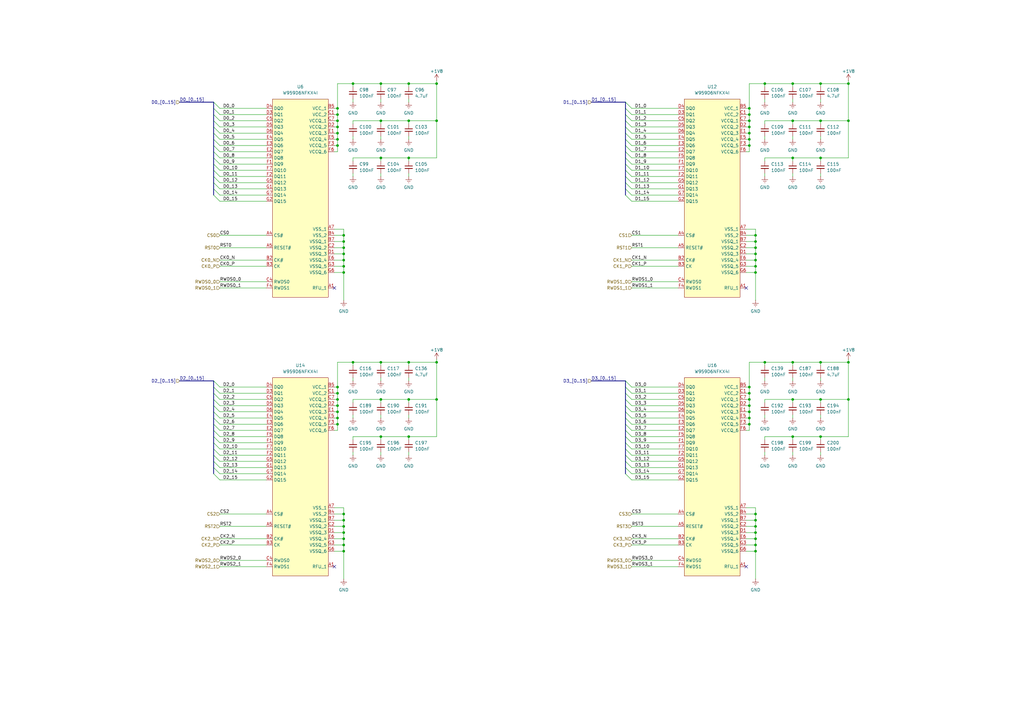
<source format=kicad_sch>
(kicad_sch (version 20231120) (generator "eeschema") (generator_version "8.0")
  (paper "A3")
  (title_block (title "HyperRam") (date "2024-10-06") (rev "2.0") (company "Drexel University") (comment 1 "Designed by John Hofmeyr"))
  (junction (at 138.43 163.83))
  (junction (at 138.43 52.07))
  (junction (at 156.21 34.29))
  (junction (at 138.43 46.99))
  (junction (at 309.88 223.52))
  (junction (at 138.43 59.69))
  (junction (at 179.07 148.59))
  (junction (at 138.43 166.37))
  (junction (at 309.88 111.76))
  (junction (at 325.12 179.07))
  (junction (at 138.43 171.45))
  (junction (at 167.64 179.07))
  (junction (at 167.64 148.59))
  (junction (at 307.34 49.53))
  (junction (at 138.43 161.29))
  (junction (at 144.78 34.29))
  (junction (at 336.55 64.77))
  (junction (at 167.64 49.53))
  (junction (at 156.21 179.07))
  (junction (at 309.88 99.06))
  (junction (at 140.97 210.82))
  (junction (at 307.34 46.99))
  (junction (at 309.88 215.9))
  (junction (at 309.88 210.82))
  (junction (at 336.55 49.53))
  (junction (at 140.97 213.36))
  (junction (at 144.78 148.59))
  (junction (at 307.34 54.61))
  (junction (at 336.55 34.29))
  (junction (at 307.34 158.75))
  (junction (at 138.43 173.99))
  (junction (at 336.55 163.83))
  (junction (at 336.55 148.59))
  (junction (at 140.97 96.52))
  (junction (at 309.88 220.98))
  (junction (at 336.55 179.07))
  (junction (at 307.34 52.07))
  (junction (at 347.98 49.53))
  (junction (at 179.07 163.83))
  (junction (at 138.43 54.61))
  (junction (at 156.21 148.59))
  (junction (at 156.21 64.77))
  (junction (at 156.21 49.53))
  (junction (at 309.88 213.36))
  (junction (at 140.97 218.44))
  (junction (at 140.97 104.14))
  (junction (at 307.34 161.29))
  (junction (at 167.64 34.29))
  (junction (at 307.34 44.45))
  (junction (at 156.21 163.83))
  (junction (at 309.88 96.52))
  (junction (at 167.64 163.83))
  (junction (at 138.43 57.15))
  (junction (at 307.34 166.37))
  (junction (at 313.69 34.29))
  (junction (at 309.88 218.44))
  (junction (at 325.12 148.59))
  (junction (at 325.12 49.53))
  (junction (at 140.97 220.98))
  (junction (at 325.12 34.29))
  (junction (at 309.88 101.6))
  (junction (at 347.98 148.59))
  (junction (at 179.07 34.29))
  (junction (at 309.88 104.14))
  (junction (at 307.34 59.69))
  (junction (at 307.34 171.45))
  (junction (at 307.34 57.15))
  (junction (at 138.43 158.75))
  (junction (at 347.98 34.29))
  (junction (at 325.12 64.77))
  (junction (at 140.97 215.9))
  (junction (at 140.97 109.22))
  (junction (at 307.34 163.83))
  (junction (at 179.07 49.53))
  (junction (at 309.88 106.68))
  (junction (at 138.43 49.53))
  (junction (at 309.88 109.22))
  (junction (at 140.97 101.6))
  (junction (at 307.34 173.99))
  (junction (at 313.69 148.59))
  (junction (at 309.88 226.06))
  (junction (at 138.43 168.91))
  (junction (at 347.98 163.83))
  (junction (at 325.12 163.83))
  (junction (at 140.97 226.06))
  (junction (at 167.64 64.77))
  (junction (at 140.97 111.76))
  (junction (at 307.34 168.91))
  (junction (at 140.97 99.06))
  (junction (at 138.43 44.45))
  (junction (at 140.97 223.52))
  (junction (at 140.97 106.68))
  (no_connect (at 137.16 118.11))
  (no_connect (at 306.07 232.41))
  (no_connect (at 137.16 232.41))
  (no_connect (at 306.07 118.11))
  (bus_entry (at 90.17 64.77) (size -2.54 -2.54))
  (bus_entry (at 90.17 82.55) (size -2.54 -2.54))
  (bus_entry (at 90.17 191.77) (size -2.54 -2.54))
  (bus_entry (at 90.17 186.69) (size -2.54 -2.54))
  (bus_entry (at 90.17 62.23) (size -2.54 -2.54))
  (bus_entry (at 259.08 52.07) (size -2.54 -2.54))
  (bus_entry (at 259.08 194.31) (size -2.54 -2.54))
  (bus_entry (at 259.08 62.23) (size -2.54 -2.54))
  (bus_entry (at 259.08 74.93) (size -2.54 -2.54))
  (bus_entry (at 259.08 64.77) (size -2.54 -2.54))
  (bus_entry (at 90.17 196.85) (size -2.54 -2.54))
  (bus_entry (at 90.17 57.15) (size -2.54 -2.54))
  (bus_entry (at 90.17 44.45) (size -2.54 -2.54))
  (bus_entry (at 90.17 161.29) (size -2.54 -2.54))
  (bus_entry (at 259.08 161.29) (size -2.54 -2.54))
  (bus_entry (at 90.17 46.99) (size -2.54 -2.54))
  (bus_entry (at 259.08 59.69) (size -2.54 -2.54))
  (bus_entry (at 90.17 184.15) (size -2.54 -2.54))
  (bus_entry (at 90.17 194.31) (size -2.54 -2.54))
  (bus_entry (at 259.08 158.75) (size -2.54 -2.54))
  (bus_entry (at 259.08 57.15) (size -2.54 -2.54))
  (bus_entry (at 90.17 54.61) (size -2.54 -2.54))
  (bus_entry (at 90.17 181.61) (size -2.54 -2.54))
  (bus_entry (at 259.08 72.39) (size -2.54 -2.54))
  (bus_entry (at 259.08 163.83) (size -2.54 -2.54))
  (bus_entry (at 90.17 168.91) (size -2.54 -2.54))
  (bus_entry (at 259.08 46.99) (size -2.54 -2.54))
  (bus_entry (at 259.08 191.77) (size -2.54 -2.54))
  (bus_entry (at 90.17 189.23) (size -2.54 -2.54))
  (bus_entry (at 90.17 163.83) (size -2.54 -2.54))
  (bus_entry (at 90.17 77.47) (size -2.54 -2.54))
  (bus_entry (at 259.08 176.53) (size -2.54 -2.54))
  (bus_entry (at 259.08 44.45) (size -2.54 -2.54))
  (bus_entry (at 259.08 179.07) (size -2.54 -2.54))
  (bus_entry (at 90.17 67.31) (size -2.54 -2.54))
  (bus_entry (at 259.08 49.53) (size -2.54 -2.54))
  (bus_entry (at 90.17 59.69) (size -2.54 -2.54))
  (bus_entry (at 259.08 186.69) (size -2.54 -2.54))
  (bus_entry (at 90.17 52.07) (size -2.54 -2.54))
  (bus_entry (at 90.17 158.75) (size -2.54 -2.54))
  (bus_entry (at 259.08 184.15) (size -2.54 -2.54))
  (bus_entry (at 259.08 77.47) (size -2.54 -2.54))
  (bus_entry (at 259.08 82.55) (size -2.54 -2.54))
  (bus_entry (at 259.08 189.23) (size -2.54 -2.54))
  (bus_entry (at 90.17 173.99) (size -2.54 -2.54))
  (bus_entry (at 259.08 171.45) (size -2.54 -2.54))
  (bus_entry (at 90.17 179.07) (size -2.54 -2.54))
  (bus_entry (at 259.08 54.61) (size -2.54 -2.54))
  (bus_entry (at 90.17 74.93) (size -2.54 -2.54))
  (bus_entry (at 90.17 69.85) (size -2.54 -2.54))
  (bus_entry (at 259.08 166.37) (size -2.54 -2.54))
  (bus_entry (at 259.08 67.31) (size -2.54 -2.54))
  (bus_entry (at 90.17 166.37) (size -2.54 -2.54))
  (bus_entry (at 90.17 171.45) (size -2.54 -2.54))
  (bus_entry (at 90.17 49.53) (size -2.54 -2.54))
  (bus_entry (at 259.08 69.85) (size -2.54 -2.54))
  (bus_entry (at 259.08 181.61) (size -2.54 -2.54))
  (bus_entry (at 90.17 80.01) (size -2.54 -2.54))
  (bus_entry (at 259.08 168.91) (size -2.54 -2.54))
  (bus_entry (at 259.08 80.01) (size -2.54 -2.54))
  (bus_entry (at 90.17 72.39) (size -2.54 -2.54))
  (bus_entry (at 259.08 196.85) (size -2.54 -2.54))
  (bus_entry (at 259.08 173.99) (size -2.54 -2.54))
  (bus_entry (at 90.17 176.53) (size -2.54 -2.54))
  (wire (pts (xy 307.34 44.45) (xy 307.34 34.29)))
  (wire (pts (xy 325.12 71.12) (xy 325.12 72.39)))
  (wire (pts (xy 138.43 62.23) (xy 138.43 59.69)))
  (wire (pts (xy 156.21 35.56) (xy 156.21 34.29)))
  (wire (pts (xy 156.21 179.07) (xy 156.21 180.34)))
  (wire (pts (xy 138.43 158.75) (xy 137.16 158.75)))
  (wire (pts (xy 325.12 35.56) (xy 325.12 34.29)))
  (wire (pts (xy 140.97 215.9) (xy 137.16 215.9)))
  (wire (pts (xy 138.43 171.45) (xy 137.16 171.45)))
  (bus (pts (xy 256.54 52.07) (xy 256.54 49.53)))
  (wire (pts (xy 259.08 52.07) (xy 278.13 52.07)))
  (wire (pts (xy 259.08 161.29) (xy 278.13 161.29)))
  (wire (pts (xy 336.55 179.07) (xy 347.98 179.07)))
  (wire (pts (xy 307.34 46.99) (xy 307.34 44.45)))
  (wire (pts (xy 309.88 109.22) (xy 309.88 111.76)))
  (wire (pts (xy 309.88 208.28) (xy 309.88 210.82)))
  (wire (pts (xy 307.34 168.91) (xy 306.07 168.91)))
  (wire (pts (xy 138.43 34.29) (xy 144.78 34.29)))
  (wire (pts (xy 325.12 179.07) (xy 325.12 180.34)))
  (wire (pts (xy 336.55 55.88) (xy 336.55 57.15)))
  (wire (pts (xy 179.07 33.02) (xy 179.07 34.29)))
  (wire (pts (xy 90.17 52.07) (xy 109.22 52.07)))
  (wire (pts (xy 138.43 168.91) (xy 137.16 168.91)))
  (wire (pts (xy 259.08 210.82) (xy 278.13 210.82)))
  (wire (pts (xy 259.08 72.39) (xy 278.13 72.39)))
  (wire (pts (xy 313.69 49.53) (xy 313.69 50.8)))
  (bus (pts (xy 87.63 46.99) (xy 87.63 44.45)))
  (wire (pts (xy 90.17 163.83) (xy 109.22 163.83)))
  (wire (pts (xy 259.08 223.52) (xy 278.13 223.52)))
  (bus (pts (xy 256.54 191.77) (xy 256.54 189.23)))
  (wire (pts (xy 90.17 115.57) (xy 109.22 115.57)))
  (wire (pts (xy 167.64 149.86) (xy 167.64 148.59)))
  (wire (pts (xy 307.34 52.07) (xy 307.34 49.53)))
  (wire (pts (xy 144.78 179.07) (xy 156.21 179.07)))
  (wire (pts (xy 138.43 171.45) (xy 138.43 168.91)))
  (wire (pts (xy 140.97 208.28) (xy 137.16 208.28)))
  (bus (pts (xy 256.54 168.91) (xy 256.54 166.37)))
  (wire (pts (xy 259.08 46.99) (xy 278.13 46.99)))
  (wire (pts (xy 336.55 49.53) (xy 336.55 50.8)))
  (wire (pts (xy 138.43 49.53) (xy 137.16 49.53)))
  (wire (pts (xy 259.08 82.55) (xy 278.13 82.55)))
  (wire (pts (xy 90.17 171.45) (xy 109.22 171.45)))
  (wire (pts (xy 325.12 185.42) (xy 325.12 186.69)))
  (wire (pts (xy 140.97 101.6) (xy 137.16 101.6)))
  (wire (pts (xy 259.08 163.83) (xy 278.13 163.83)))
  (wire (pts (xy 307.34 62.23) (xy 307.34 59.69)))
  (wire (pts (xy 309.88 101.6) (xy 309.88 104.14)))
  (wire (pts (xy 90.17 49.53) (xy 109.22 49.53)))
  (wire (pts (xy 309.88 111.76) (xy 309.88 123.19)))
  (wire (pts (xy 167.64 163.83) (xy 179.07 163.83)))
  (wire (pts (xy 313.69 163.83) (xy 325.12 163.83)))
  (wire (pts (xy 144.78 64.77) (xy 144.78 66.04)))
  (wire (pts (xy 307.34 171.45) (xy 306.07 171.45)))
  (wire (pts (xy 144.78 170.18) (xy 144.78 171.45)))
  (wire (pts (xy 167.64 40.64) (xy 167.64 41.91)))
  (wire (pts (xy 259.08 184.15) (xy 278.13 184.15)))
  (wire (pts (xy 336.55 64.77) (xy 347.98 64.77)))
  (bus (pts (xy 256.54 44.45) (xy 256.54 41.91)))
  (bus (pts (xy 87.63 179.07) (xy 87.63 176.53)))
  (wire (pts (xy 313.69 64.77) (xy 313.69 66.04)))
  (bus (pts (xy 87.63 173.99) (xy 87.63 171.45)))
  (wire (pts (xy 140.97 220.98) (xy 140.97 223.52)))
  (wire (pts (xy 307.34 158.75) (xy 307.34 148.59)))
  (wire (pts (xy 336.55 179.07) (xy 336.55 180.34)))
  (wire (pts (xy 90.17 158.75) (xy 109.22 158.75)))
  (wire (pts (xy 307.34 173.99) (xy 307.34 171.45)))
  (wire (pts (xy 179.07 34.29) (xy 179.07 49.53)))
  (bus (pts (xy 87.63 163.83) (xy 87.63 161.29)))
  (wire (pts (xy 325.12 163.83) (xy 336.55 163.83)))
  (wire (pts (xy 313.69 179.07) (xy 313.69 180.34)))
  (bus (pts (xy 256.54 72.39) (xy 256.54 69.85)))
  (wire (pts (xy 259.08 44.45) (xy 278.13 44.45)))
  (wire (pts (xy 144.78 179.07) (xy 144.78 180.34)))
  (wire (pts (xy 309.88 220.98) (xy 309.88 223.52)))
  (bus (pts (xy 256.54 77.47) (xy 256.54 74.93)))
  (wire (pts (xy 309.88 220.98) (xy 306.07 220.98)))
  (bus (pts (xy 87.63 52.07) (xy 87.63 49.53)))
  (wire (pts (xy 259.08 166.37) (xy 278.13 166.37)))
  (wire (pts (xy 144.78 185.42) (xy 144.78 186.69)))
  (wire (pts (xy 309.88 106.68) (xy 309.88 109.22)))
  (wire (pts (xy 325.12 170.18) (xy 325.12 171.45)))
  (wire (pts (xy 259.08 229.87) (xy 278.13 229.87)))
  (wire (pts (xy 156.21 185.42) (xy 156.21 186.69)))
  (bus (pts (xy 87.63 67.31) (xy 87.63 64.77)))
  (wire (pts (xy 144.78 64.77) (xy 156.21 64.77)))
  (bus (pts (xy 256.54 176.53) (xy 256.54 173.99)))
  (wire (pts (xy 259.08 77.47) (xy 278.13 77.47)))
  (wire (pts (xy 307.34 49.53) (xy 307.34 46.99)))
  (wire (pts (xy 90.17 82.55) (xy 109.22 82.55)))
  (bus (pts (xy 87.63 74.93) (xy 87.63 72.39)))
  (wire (pts (xy 156.21 179.07) (xy 167.64 179.07)))
  (bus (pts (xy 87.63 64.77) (xy 87.63 62.23)))
  (bus (pts (xy 87.63 161.29) (xy 87.63 158.75)))
  (wire (pts (xy 259.08 115.57) (xy 278.13 115.57)))
  (wire (pts (xy 259.08 96.52) (xy 278.13 96.52)))
  (wire (pts (xy 259.08 54.61) (xy 278.13 54.61)))
  (wire (pts (xy 138.43 59.69) (xy 137.16 59.69)))
  (wire (pts (xy 90.17 118.11) (xy 109.22 118.11)))
  (wire (pts (xy 336.55 163.83) (xy 347.98 163.83)))
  (wire (pts (xy 313.69 49.53) (xy 325.12 49.53)))
  (wire (pts (xy 347.98 163.83) (xy 347.98 179.07)))
  (wire (pts (xy 90.17 64.77) (xy 109.22 64.77)))
  (wire (pts (xy 138.43 46.99) (xy 138.43 44.45)))
  (wire (pts (xy 144.78 34.29) (xy 156.21 34.29)))
  (wire (pts (xy 259.08 191.77) (xy 278.13 191.77)))
  (wire (pts (xy 140.97 101.6) (xy 140.97 104.14)))
  (wire (pts (xy 309.88 208.28) (xy 306.07 208.28)))
  (wire (pts (xy 140.97 218.44) (xy 140.97 220.98)))
  (wire (pts (xy 140.97 106.68) (xy 137.16 106.68)))
  (wire (pts (xy 259.08 176.53) (xy 278.13 176.53)))
  (wire (pts (xy 167.64 49.53) (xy 179.07 49.53)))
  (wire (pts (xy 138.43 176.53) (xy 138.43 173.99)))
  (wire (pts (xy 156.21 34.29) (xy 167.64 34.29)))
  (wire (pts (xy 144.78 49.53) (xy 144.78 50.8)))
  (wire (pts (xy 90.17 196.85) (xy 109.22 196.85)))
  (bus (pts (xy 256.54 80.01) (xy 256.54 77.47)))
  (bus (pts (xy 256.54 194.31) (xy 256.54 191.77)))
  (wire (pts (xy 140.97 111.76) (xy 140.97 123.19)))
  (bus (pts (xy 256.54 179.07) (xy 256.54 176.53)))
  (wire (pts (xy 179.07 49.53) (xy 179.07 64.77)))
  (wire (pts (xy 313.69 170.18) (xy 313.69 171.45)))
  (wire (pts (xy 309.88 215.9) (xy 309.88 218.44)))
  (bus (pts (xy 256.54 49.53) (xy 256.54 46.99)))
  (wire (pts (xy 156.21 64.77) (xy 167.64 64.77)))
  (wire (pts (xy 307.34 158.75) (xy 306.07 158.75)))
  (wire (pts (xy 138.43 59.69) (xy 138.43 57.15)))
  (wire (pts (xy 90.17 101.6) (xy 109.22 101.6)))
  (wire (pts (xy 259.08 168.91) (xy 278.13 168.91)))
  (wire (pts (xy 307.34 148.59) (xy 313.69 148.59)))
  (bus (pts (xy 87.63 62.23) (xy 87.63 59.69)))
  (wire (pts (xy 259.08 173.99) (xy 278.13 173.99)))
  (bus (pts (xy 87.63 49.53) (xy 87.63 46.99)))
  (bus (pts (xy 87.63 194.31) (xy 87.63 191.77)))
  (bus (pts (xy 87.63 69.85) (xy 87.63 67.31)))
  (wire (pts (xy 309.88 226.06) (xy 309.88 237.49)))
  (wire (pts (xy 140.97 213.36) (xy 137.16 213.36)))
  (bus (pts (xy 256.54 74.93) (xy 256.54 72.39)))
  (wire (pts (xy 138.43 161.29) (xy 137.16 161.29)))
  (wire (pts (xy 307.34 54.61) (xy 306.07 54.61)))
  (bus (pts (xy 256.54 186.69) (xy 256.54 184.15)))
  (wire (pts (xy 90.17 210.82) (xy 109.22 210.82)))
  (bus (pts (xy 87.63 191.77) (xy 87.63 189.23)))
  (wire (pts (xy 325.12 34.29) (xy 336.55 34.29)))
  (wire (pts (xy 307.34 163.83) (xy 306.07 163.83)))
  (wire (pts (xy 309.88 223.52) (xy 306.07 223.52)))
  (wire (pts (xy 138.43 49.53) (xy 138.43 46.99)))
  (wire (pts (xy 336.55 71.12) (xy 336.55 72.39)))
  (wire (pts (xy 313.69 148.59) (xy 325.12 148.59)))
  (bus (pts (xy 73.66 41.91) (xy 87.63 41.91)))
  (bus (pts (xy 87.63 181.61) (xy 87.63 179.07)))
  (wire (pts (xy 138.43 57.15) (xy 137.16 57.15)))
  (wire (pts (xy 309.88 215.9) (xy 306.07 215.9)))
  (wire (pts (xy 259.08 80.01) (xy 278.13 80.01)))
  (wire (pts (xy 325.12 49.53) (xy 336.55 49.53)))
  (wire (pts (xy 156.21 154.94) (xy 156.21 156.21)))
  (wire (pts (xy 156.21 163.83) (xy 167.64 163.83)))
  (wire (pts (xy 156.21 64.77) (xy 156.21 66.04)))
  (bus (pts (xy 87.63 158.75) (xy 87.63 156.21)))
  (wire (pts (xy 313.69 35.56) (xy 313.69 34.29)))
  (bus (pts (xy 256.54 181.61) (xy 256.54 179.07)))
  (wire (pts (xy 309.88 111.76) (xy 306.07 111.76)))
  (wire (pts (xy 138.43 166.37) (xy 138.43 163.83)))
  (wire (pts (xy 156.21 148.59) (xy 167.64 148.59)))
  (wire (pts (xy 140.97 226.06) (xy 140.97 237.49)))
  (wire (pts (xy 307.34 52.07) (xy 306.07 52.07)))
  (bus (pts (xy 256.54 67.31) (xy 256.54 64.77)))
  (wire (pts (xy 325.12 55.88) (xy 325.12 57.15)))
  (wire (pts (xy 313.69 71.12) (xy 313.69 72.39)))
  (wire (pts (xy 259.08 186.69) (xy 278.13 186.69)))
  (wire (pts (xy 336.55 40.64) (xy 336.55 41.91)))
  (wire (pts (xy 179.07 148.59) (xy 179.07 163.83)))
  (wire (pts (xy 156.21 49.53) (xy 167.64 49.53)))
  (wire (pts (xy 167.64 64.77) (xy 167.64 66.04)))
  (wire (pts (xy 336.55 170.18) (xy 336.55 171.45)))
  (wire (pts (xy 167.64 55.88) (xy 167.64 57.15)))
  (bus (pts (xy 256.54 158.75) (xy 256.54 156.21)))
  (wire (pts (xy 90.17 229.87) (xy 109.22 229.87)))
  (wire (pts (xy 259.08 59.69) (xy 278.13 59.69)))
  (bus (pts (xy 87.63 54.61) (xy 87.63 52.07)))
  (wire (pts (xy 90.17 181.61) (xy 109.22 181.61)))
  (wire (pts (xy 140.97 99.06) (xy 140.97 101.6)))
  (wire (pts (xy 167.64 179.07) (xy 179.07 179.07)))
  (wire (pts (xy 347.98 148.59) (xy 347.98 163.83)))
  (wire (pts (xy 336.55 154.94) (xy 336.55 156.21)))
  (wire (pts (xy 90.17 106.68) (xy 109.22 106.68)))
  (bus (pts (xy 87.63 77.47) (xy 87.63 74.93)))
  (wire (pts (xy 336.55 185.42) (xy 336.55 186.69)))
  (wire (pts (xy 140.97 210.82) (xy 137.16 210.82)))
  (bus (pts (xy 87.63 168.91) (xy 87.63 166.37)))
  (wire (pts (xy 138.43 52.07) (xy 137.16 52.07)))
  (wire (pts (xy 259.08 49.53) (xy 278.13 49.53)))
  (wire (pts (xy 90.17 166.37) (xy 109.22 166.37)))
  (wire (pts (xy 144.78 49.53) (xy 156.21 49.53)))
  (wire (pts (xy 138.43 57.15) (xy 138.43 54.61)))
  (wire (pts (xy 138.43 44.45) (xy 138.43 34.29)))
  (wire (pts (xy 307.34 176.53) (xy 307.34 173.99)))
  (wire (pts (xy 313.69 185.42) (xy 313.69 186.69)))
  (wire (pts (xy 156.21 49.53) (xy 156.21 50.8)))
  (wire (pts (xy 138.43 54.61) (xy 137.16 54.61)))
  (wire (pts (xy 138.43 158.75) (xy 138.43 148.59)))
  (wire (pts (xy 336.55 64.77) (xy 336.55 66.04)))
  (wire (pts (xy 140.97 93.98) (xy 137.16 93.98)))
  (wire (pts (xy 90.17 191.77) (xy 109.22 191.77)))
  (wire (pts (xy 156.21 170.18) (xy 156.21 171.45)))
  (bus (pts (xy 87.63 189.23) (xy 87.63 186.69)))
  (wire (pts (xy 313.69 149.86) (xy 313.69 148.59)))
  (wire (pts (xy 307.34 176.53) (xy 306.07 176.53)))
  (bus (pts (xy 256.54 62.23) (xy 256.54 59.69)))
  (wire (pts (xy 325.12 149.86) (xy 325.12 148.59)))
  (wire (pts (xy 138.43 54.61) (xy 138.43 52.07)))
  (wire (pts (xy 140.97 109.22) (xy 137.16 109.22)))
  (wire (pts (xy 313.69 179.07) (xy 325.12 179.07)))
  (wire (pts (xy 90.17 46.99) (xy 109.22 46.99)))
  (wire (pts (xy 347.98 33.02) (xy 347.98 34.29)))
  (wire (pts (xy 138.43 62.23) (xy 137.16 62.23)))
  (wire (pts (xy 90.17 69.85) (xy 109.22 69.85)))
  (bus (pts (xy 87.63 171.45) (xy 87.63 168.91)))
  (wire (pts (xy 90.17 220.98) (xy 109.22 220.98)))
  (wire (pts (xy 144.78 55.88) (xy 144.78 57.15)))
  (wire (pts (xy 259.08 57.15) (xy 278.13 57.15)))
  (wire (pts (xy 307.34 59.69) (xy 307.34 57.15)))
  (wire (pts (xy 140.97 96.52) (xy 137.16 96.52)))
  (wire (pts (xy 140.97 215.9) (xy 140.97 218.44)))
  (wire (pts (xy 140.97 223.52) (xy 140.97 226.06)))
  (bus (pts (xy 87.63 44.45) (xy 87.63 41.91)))
  (bus (pts (xy 87.63 166.37) (xy 87.63 163.83)))
  (wire (pts (xy 90.17 77.47) (xy 109.22 77.47)))
  (bus (pts (xy 256.54 189.23) (xy 256.54 186.69)))
  (wire (pts (xy 325.12 64.77) (xy 325.12 66.04)))
  (bus (pts (xy 242.57 41.91) (xy 256.54 41.91)))
  (wire (pts (xy 156.21 71.12) (xy 156.21 72.39)))
  (wire (pts (xy 156.21 163.83) (xy 156.21 165.1)))
  (wire (pts (xy 90.17 57.15) (xy 109.22 57.15)))
  (wire (pts (xy 259.08 215.9) (xy 278.13 215.9)))
  (bus (pts (xy 87.63 59.69) (xy 87.63 57.15)))
  (bus (pts (xy 256.54 161.29) (xy 256.54 158.75)))
  (wire (pts (xy 309.88 213.36) (xy 309.88 215.9)))
  (bus (pts (xy 256.54 64.77) (xy 256.54 62.23)))
  (wire (pts (xy 313.69 163.83) (xy 313.69 165.1)))
  (bus (pts (xy 256.54 163.83) (xy 256.54 161.29)))
  (wire (pts (xy 307.34 44.45) (xy 306.07 44.45)))
  (wire (pts (xy 313.69 154.94) (xy 313.69 156.21)))
  (wire (pts (xy 325.12 163.83) (xy 325.12 165.1)))
  (wire (pts (xy 307.34 166.37) (xy 307.34 163.83)))
  (bus (pts (xy 87.63 72.39) (xy 87.63 69.85)))
  (wire (pts (xy 325.12 148.59) (xy 336.55 148.59)))
  (wire (pts (xy 309.88 104.14) (xy 306.07 104.14)))
  (wire (pts (xy 259.08 62.23) (xy 278.13 62.23)))
  (wire (pts (xy 138.43 52.07) (xy 138.43 49.53)))
  (wire (pts (xy 307.34 171.45) (xy 307.34 168.91)))
  (wire (pts (xy 313.69 64.77) (xy 325.12 64.77)))
  (wire (pts (xy 140.97 106.68) (xy 140.97 109.22)))
  (wire (pts (xy 313.69 34.29) (xy 325.12 34.29)))
  (wire (pts (xy 167.64 163.83) (xy 167.64 165.1)))
  (wire (pts (xy 179.07 163.83) (xy 179.07 179.07)))
  (wire (pts (xy 309.88 93.98) (xy 306.07 93.98)))
  (wire (pts (xy 309.88 96.52) (xy 306.07 96.52)))
  (bus (pts (xy 87.63 184.15) (xy 87.63 181.61)))
  (wire (pts (xy 90.17 109.22) (xy 109.22 109.22)))
  (wire (pts (xy 138.43 163.83) (xy 137.16 163.83)))
  (wire (pts (xy 307.34 168.91) (xy 307.34 166.37)))
  (wire (pts (xy 90.17 44.45) (xy 109.22 44.45)))
  (wire (pts (xy 259.08 179.07) (xy 278.13 179.07)))
  (bus (pts (xy 256.54 173.99) (xy 256.54 171.45)))
  (wire (pts (xy 259.08 118.11) (xy 278.13 118.11)))
  (bus (pts (xy 256.54 69.85) (xy 256.54 67.31)))
  (wire (pts (xy 156.21 40.64) (xy 156.21 41.91)))
  (wire (pts (xy 309.88 99.06) (xy 306.07 99.06)))
  (wire (pts (xy 140.97 96.52) (xy 140.97 99.06)))
  (wire (pts (xy 138.43 166.37) (xy 137.16 166.37)))
  (wire (pts (xy 259.08 220.98) (xy 278.13 220.98)))
  (wire (pts (xy 347.98 34.29) (xy 336.55 34.29)))
  (wire (pts (xy 325.12 154.94) (xy 325.12 156.21)))
  (wire (pts (xy 307.34 161.29) (xy 307.34 158.75)))
  (wire (pts (xy 156.21 55.88) (xy 156.21 57.15)))
  (wire (pts (xy 259.08 106.68) (xy 278.13 106.68)))
  (wire (pts (xy 140.97 93.98) (xy 140.97 96.52)))
  (wire (pts (xy 167.64 64.77) (xy 179.07 64.77)))
  (wire (pts (xy 259.08 181.61) (xy 278.13 181.61)))
  (wire (pts (xy 309.88 210.82) (xy 306.07 210.82)))
  (wire (pts (xy 347.98 49.53) (xy 347.98 64.77)))
  (wire (pts (xy 309.88 93.98) (xy 309.88 96.52)))
  (bus (pts (xy 87.63 176.53) (xy 87.63 173.99)))
  (wire (pts (xy 309.88 106.68) (xy 306.07 106.68)))
  (wire (pts (xy 140.97 109.22) (xy 140.97 111.76)))
  (wire (pts (xy 259.08 171.45) (xy 278.13 171.45)))
  (wire (pts (xy 140.97 226.06) (xy 137.16 226.06)))
  (wire (pts (xy 144.78 149.86) (xy 144.78 148.59)))
  (wire (pts (xy 307.34 173.99) (xy 306.07 173.99)))
  (wire (pts (xy 90.17 189.23) (xy 109.22 189.23)))
  (wire (pts (xy 90.17 62.23) (xy 109.22 62.23)))
  (wire (pts (xy 140.97 104.14) (xy 140.97 106.68)))
  (wire (pts (xy 307.34 62.23) (xy 306.07 62.23)))
  (wire (pts (xy 90.17 54.61) (xy 109.22 54.61)))
  (wire (pts (xy 309.88 99.06) (xy 309.88 101.6)))
  (wire (pts (xy 140.97 99.06) (xy 137.16 99.06)))
  (wire (pts (xy 259.08 74.93) (xy 278.13 74.93)))
  (wire (pts (xy 138.43 46.99) (xy 137.16 46.99)))
  (wire (pts (xy 259.08 158.75) (xy 278.13 158.75)))
  (wire (pts (xy 336.55 149.86) (xy 336.55 148.59)))
  (wire (pts (xy 90.17 173.99) (xy 109.22 173.99)))
  (wire (pts (xy 179.07 148.59) (xy 167.64 148.59)))
  (wire (pts (xy 90.17 215.9) (xy 109.22 215.9)))
  (wire (pts (xy 309.88 213.36) (xy 306.07 213.36)))
  (wire (pts (xy 259.08 232.41) (xy 278.13 232.41)))
  (bus (pts (xy 256.54 166.37) (xy 256.54 163.83)))
  (wire (pts (xy 140.97 208.28) (xy 140.97 210.82)))
  (wire (pts (xy 179.07 147.32) (xy 179.07 148.59)))
  (wire (pts (xy 307.34 166.37) (xy 306.07 166.37)))
  (wire (pts (xy 309.88 96.52) (xy 309.88 99.06)))
  (wire (pts (xy 167.64 71.12) (xy 167.64 72.39)))
  (wire (pts (xy 307.34 54.61) (xy 307.34 52.07)))
  (wire (pts (xy 309.88 218.44) (xy 309.88 220.98)))
  (wire (pts (xy 336.55 49.53) (xy 347.98 49.53)))
  (wire (pts (xy 140.97 218.44) (xy 137.16 218.44)))
  (wire (pts (xy 138.43 173.99) (xy 138.43 171.45)))
  (wire (pts (xy 144.78 71.12) (xy 144.78 72.39)))
  (bus (pts (xy 73.66 156.21) (xy 87.63 156.21)))
  (wire (pts (xy 167.64 35.56) (xy 167.64 34.29)))
  (wire (pts (xy 347.98 34.29) (xy 347.98 49.53)))
  (bus (pts (xy 87.63 80.01) (xy 87.63 77.47)))
  (wire (pts (xy 325.12 49.53) (xy 325.12 50.8)))
  (wire (pts (xy 144.78 35.56) (xy 144.78 34.29)))
  (wire (pts (xy 167.64 185.42) (xy 167.64 186.69)))
  (wire (pts (xy 90.17 168.91) (xy 109.22 168.91)))
  (wire (pts (xy 90.17 232.41) (xy 109.22 232.41)))
  (bus (pts (xy 87.63 186.69) (xy 87.63 184.15)))
  (wire (pts (xy 309.88 218.44) (xy 306.07 218.44)))
  (wire (pts (xy 325.12 179.07) (xy 336.55 179.07)))
  (wire (pts (xy 313.69 40.64) (xy 313.69 41.91)))
  (wire (pts (xy 90.17 184.15) (xy 109.22 184.15)))
  (wire (pts (xy 307.34 161.29) (xy 306.07 161.29)))
  (wire (pts (xy 90.17 59.69) (xy 109.22 59.69)))
  (wire (pts (xy 144.78 163.83) (xy 144.78 165.1)))
  (wire (pts (xy 90.17 179.07) (xy 109.22 179.07)))
  (wire (pts (xy 140.97 104.14) (xy 137.16 104.14)))
  (wire (pts (xy 309.88 109.22) (xy 306.07 109.22)))
  (wire (pts (xy 336.55 163.83) (xy 336.55 165.1)))
  (wire (pts (xy 140.97 220.98) (xy 137.16 220.98)))
  (wire (pts (xy 90.17 186.69) (xy 109.22 186.69)))
  (bus (pts (xy 256.54 171.45) (xy 256.54 168.91)))
  (wire (pts (xy 138.43 163.83) (xy 138.43 161.29)))
  (wire (pts (xy 138.43 44.45) (xy 137.16 44.45)))
  (wire (pts (xy 167.64 179.07) (xy 167.64 180.34)))
  (wire (pts (xy 307.34 57.15) (xy 307.34 54.61)))
  (wire (pts (xy 259.08 101.6) (xy 278.13 101.6)))
  (wire (pts (xy 144.78 154.94) (xy 144.78 156.21)))
  (wire (pts (xy 309.88 210.82) (xy 309.88 213.36)))
  (bus (pts (xy 256.54 184.15) (xy 256.54 181.61)))
  (wire (pts (xy 90.17 74.93) (xy 109.22 74.93)))
  (wire (pts (xy 259.08 69.85) (xy 278.13 69.85)))
  (wire (pts (xy 138.43 148.59) (xy 144.78 148.59)))
  (wire (pts (xy 156.21 149.86) (xy 156.21 148.59)))
  (wire (pts (xy 138.43 176.53) (xy 137.16 176.53)))
  (wire (pts (xy 140.97 213.36) (xy 140.97 215.9)))
  (wire (pts (xy 90.17 194.31) (xy 109.22 194.31)))
  (wire (pts (xy 167.64 49.53) (xy 167.64 50.8)))
  (wire (pts (xy 307.34 163.83) (xy 307.34 161.29)))
  (wire (pts (xy 307.34 34.29) (xy 313.69 34.29)))
  (wire (pts (xy 259.08 64.77) (xy 278.13 64.77)))
  (wire (pts (xy 90.17 72.39) (xy 109.22 72.39)))
  (wire (pts (xy 138.43 173.99) (xy 137.16 173.99)))
  (wire (pts (xy 138.43 161.29) (xy 138.43 158.75)))
  (wire (pts (xy 336.55 35.56) (xy 336.55 34.29)))
  (wire (pts (xy 259.08 196.85) (xy 278.13 196.85)))
  (wire (pts (xy 144.78 163.83) (xy 156.21 163.83)))
  (bus (pts (xy 256.54 57.15) (xy 256.54 54.61)))
  (wire (pts (xy 138.43 168.91) (xy 138.43 166.37)))
  (wire (pts (xy 90.17 67.31) (xy 109.22 67.31)))
  (wire (pts (xy 259.08 109.22) (xy 278.13 109.22)))
  (bus (pts (xy 256.54 54.61) (xy 256.54 52.07)))
  (wire (pts (xy 347.98 148.59) (xy 336.55 148.59)))
  (wire (pts (xy 325.12 64.77) (xy 336.55 64.77)))
  (wire (pts (xy 325.12 40.64) (xy 325.12 41.91)))
  (wire (pts (xy 167.64 170.18) (xy 167.64 171.45)))
  (wire (pts (xy 259.08 67.31) (xy 278.13 67.31)))
  (wire (pts (xy 307.34 59.69) (xy 306.07 59.69)))
  (wire (pts (xy 140.97 210.82) (xy 140.97 213.36)))
  (wire (pts (xy 90.17 96.52) (xy 109.22 96.52)))
  (wire (pts (xy 313.69 55.88) (xy 313.69 57.15)))
  (wire (pts (xy 140.97 223.52) (xy 137.16 223.52)))
  (wire (pts (xy 259.08 194.31) (xy 278.13 194.31)))
  (wire (pts (xy 309.88 223.52) (xy 309.88 226.06)))
  (wire (pts (xy 144.78 148.59) (xy 156.21 148.59)))
  (bus (pts (xy 256.54 59.69) (xy 256.54 57.15)))
  (wire (pts (xy 179.07 34.29) (xy 167.64 34.29)))
  (wire (pts (xy 90.17 223.52) (xy 109.22 223.52)))
  (wire (pts (xy 309.88 104.14) (xy 309.88 106.68)))
  (bus (pts (xy 242.57 156.21) (xy 256.54 156.21)))
  (wire (pts (xy 90.17 176.53) (xy 109.22 176.53)))
  (bus (pts (xy 256.54 46.99) (xy 256.54 44.45)))
  (wire (pts (xy 140.97 111.76) (xy 137.16 111.76)))
  (bus (pts (xy 87.63 57.15) (xy 87.63 54.61)))
  (wire (pts (xy 259.08 189.23) (xy 278.13 189.23)))
  (wire (pts (xy 167.64 154.94) (xy 167.64 156.21)))
  (wire (pts (xy 347.98 147.32) (xy 347.98 148.59)))
  (wire (pts (xy 307.34 49.53) (xy 306.07 49.53)))
  (wire (pts (xy 309.88 226.06) (xy 306.07 226.06)))
  (wire (pts (xy 309.88 101.6) (xy 306.07 101.6)))
  (wire (pts (xy 307.34 46.99) (xy 306.07 46.99)))
  (wire (pts (xy 90.17 161.29) (xy 109.22 161.29)))
  (wire (pts (xy 307.34 57.15) (xy 306.07 57.15)))
  (wire (pts (xy 144.78 40.64) (xy 144.78 41.91)))
  (wire (pts (xy 90.17 80.01) (xy 109.22 80.01)))
  (label "D3_4" (at 260.35 168.91 0))
  (label "D2_13" (at 91.44 191.77 0))
  (label "D1_12" (at 260.35 74.93 0))
  (label "D2_[0..15]" (at 73.66 156.21 0))
  (label "RST0" (at 90.17 101.6 0))
  (label "RWDS1_1" (at 259.08 118.11 0))
  (label "D1_8" (at 260.35 64.77 0))
  (label "RWDS2_0" (at 90.17 229.87 0))
  (label "RWDS2_1" (at 90.17 232.41 0))
  (label "D3_5" (at 260.35 171.45 0))
  (label "D2_8" (at 91.44 179.07 0))
  (label "D0_8" (at 91.44 64.77 0))
  (label "D3_13" (at 260.35 191.77 0))
  (label "RWDS1_0" (at 259.08 115.57 0))
  (label "D0_1" (at 91.44 46.99 0))
  (label "D2_9" (at 91.44 181.61 0))
  (label "CS0" (at 90.17 96.52 0))
  (label "D1_[0..15]" (at 242.57 41.91 0))
  (label "D2_7" (at 91.44 176.53 0))
  (label "D3_10" (at 260.35 184.15 0))
  (label "D1_9" (at 260.35 67.31 0))
  (label "CK3_P" (at 259.08 223.52 0))
  (label "CK2_N" (at 90.17 220.98 0))
  (label "D0_13" (at 91.44 77.47 0))
  (label "D0_0" (at 91.44 44.45 0))
  (label "D2_4" (at 91.44 168.91 0))
  (label "CS3" (at 259.08 210.82 0))
  (label "D2_10" (at 91.44 184.15 0))
  (label "D1_4" (at 260.35 54.61 0))
  (label "CK0_N" (at 90.17 106.68 0))
  (label "CK0_P" (at 90.17 109.22 0))
  (label "D3_3" (at 260.35 166.37 0))
  (label "CS2" (at 90.17 210.82 0))
  (label "D1_11" (at 260.35 72.39 0))
  (label "D1_13" (at 260.35 77.47 0))
  (label "D3_15" (at 260.35 196.85 0))
  (label "D3_7" (at 260.35 176.53 0))
  (label "CK3_N" (at 259.08 220.98 0))
  (label "D0_11" (at 91.44 72.39 0))
  (label "D0_3" (at 91.44 52.07 0))
  (label "RST3" (at 259.08 215.9 0))
  (label "D0_15" (at 91.44 82.55 0))
  (label "D3_9" (at 260.35 181.61 0))
  (label "D2_12" (at 91.44 189.23 0))
  (label "D0_12" (at 91.44 74.93 0))
  (label "RWDS3_0" (at 259.08 229.87 0))
  (label "D3_8" (at 260.35 179.07 0))
  (label "D1_10" (at 260.35 69.85 0))
  (label "D2_14" (at 91.44 194.31 0))
  (label "D2_15" (at 91.44 196.85 0))
  (label "D1_15" (at 260.35 82.55 0))
  (label "D2_5" (at 91.44 171.45 0))
  (label "D0_7" (at 91.44 62.23 0))
  (label "D3_6" (at 260.35 173.99 0))
  (label "D1_2" (at 260.35 49.53 0))
  (label "D0_[0..15]" (at 73.66 41.91 0))
  (label "D2_2" (at 91.44 163.83 0))
  (label "RWDS3_1" (at 259.08 232.41 0))
  (label "D1_5" (at 260.35 57.15 0))
  (label "D0_10" (at 91.44 69.85 0))
  (label "CK1_N" (at 259.08 106.68 0))
  (label "D3_[0..15]" (at 242.57 156.21 0))
  (label "D3_11" (at 260.35 186.69 0))
  (label "D1_1" (at 260.35 46.99 0))
  (label "CK2_P" (at 90.17 223.52 0))
  (label "D1_0" (at 260.35 44.45 0))
  (label "D0_5" (at 91.44 57.15 0))
  (label "D0_4" (at 91.44 54.61 0))
  (label "D3_0" (at 260.35 158.75 0))
  (label "CK1_P" (at 259.08 109.22 0))
  (label "D1_3" (at 260.35 52.07 0))
  (label "D3_12" (at 260.35 189.23 0))
  (label "D0_9" (at 91.44 67.31 0))
  (label "D0_6" (at 91.44 59.69 0))
  (label "RWDS0_1" (at 90.17 118.11 0))
  (label "D0_14" (at 91.44 80.01 0))
  (label "D1_14" (at 260.35 80.01 0))
  (label "D1_7" (at 260.35 62.23 0))
  (label "RST2" (at 90.17 215.9 0))
  (label "D3_2" (at 260.35 163.83 0))
  (label "RWDS0_0" (at 90.17 115.57 0))
  (label "CS1" (at 259.08 96.52 0))
  (label "RST1" (at 259.08 101.6 0))
  (label "D2_1" (at 91.44 161.29 0))
  (label "D1_6" (at 260.35 59.69 0))
  (label "D2_3" (at 91.44 166.37 0))
  (label "D2_6" (at 91.44 173.99 0))
  (label "D3_14" (at 260.35 194.31 0))
  (label "D0_2" (at 91.44 49.53 0))
  (label "D2_0" (at 91.44 158.75 0))
  (label "D2_11" (at 91.44 186.69 0))
  (label "D3_1" (at 260.35 161.29 0))
  (hierarchical_label "CK1_P" (shape input) (at 259.08 109.22 180))
  (hierarchical_label "D0_[0..15]" (shape input) (at 73.66 41.91 180))
  (hierarchical_label "RWDS3_0" (shape input) (at 259.08 229.87 180))
  (hierarchical_label "CS3" (shape input) (at 259.08 210.82 180))
  (hierarchical_label "CS2" (shape input) (at 90.17 210.82 180))
  (hierarchical_label "RWDS3_1" (shape input) (at 259.08 232.41 180))
  (hierarchical_label "RST0" (shape input) (at 90.17 101.6 180))
  (hierarchical_label "CK3_N" (shape input) (at 259.08 220.98 180))
  (hierarchical_label "D2_[0..15]" (shape input) (at 73.66 156.21 180))
  (hierarchical_label "CK0_N" (shape input) (at 90.17 106.68 180))
  (hierarchical_label "RST3" (shape input) (at 259.08 215.9 180))
  (hierarchical_label "RST1" (shape input) (at 259.08 101.6 180))
  (hierarchical_label "RWDS1_1" (shape input) (at 259.08 118.11 180))
  (hierarchical_label "CK0_P" (shape input) (at 90.17 109.22 180))
  (hierarchical_label "RWDS1_0" (shape input) (at 259.08 115.57 180))
  (hierarchical_label "RWDS0_0" (shape input) (at 90.17 115.57 180))
  (hierarchical_label "D3_[0..15]" (shape input) (at 242.57 156.21 180))
  (hierarchical_label "RST2" (shape input) (at 90.17 215.9 180))
  (hierarchical_label "CS1" (shape input) (at 259.08 96.52 180))
  (hierarchical_label "RWDS2_1" (shape input) (at 90.17 232.41 180))
  (hierarchical_label "D1_[0..15]" (shape input) (at 242.57 41.91 180))
  (hierarchical_label "RWDS2_0" (shape input) (at 90.17 229.87 180))
  (hierarchical_label "CK1_N" (shape input) (at 259.08 106.68 180))
  (hierarchical_label "RWDS0_1" (shape input) (at 90.17 118.11 180))
  (hierarchical_label "CK2_N" (shape input) (at 90.17 220.98 180))
  (hierarchical_label "CS0" (shape input) (at 90.17 96.52 180))
  (hierarchical_label "CK2_P" (shape input) (at 90.17 223.52 180))
  (hierarchical_label "CK3_P" (shape input) (at 259.08 223.52 180))
  (symbol (lib_id "power:GND") (at 156.21 41.91 0) (unit 1)
    (property "Reference" "#PWR0181" (effects (hide yes)))
    (property "Value" "GND" (at 156.21 46.355 0))
    (property "Description" "Power symbol creates a global label with name \"GND\" , ground" (effects (hide yes)))
  )
  (symbol (lib_id "W959D6NFKX4I:W959D6NFKX4I") (at 280.67 44.45 0) (unit 1)
    (property "Reference" "U12" (at 292.1 35.56 0))
    (property "Value" "W959D6NFKX4I" (at 292.1 38.1 0))
    (property "Footprint" "FPGA Module:BGA49C50P7X7_400X400X80" (effects (hide yes)))
    (property "Datasheet" "https://www.winbond.com/hq/search-resource-file.jsp?partNo=W959D6NFKX4I&type=datasheet" (effects (hide yes)))
    (property "Description" "512Mb HYPERRAM 500MHz WFBGA49" (effects (hide yes)))
    (property "Height" "0.8" (effects (hide yes)))
    (property "Manufacturer_Name" "Winbond" (effects (hide yes)))
    (property "Manufacturer_Part_Number" "W959D6NFKX4I" (effects (hide yes)))
  )
  (symbol (lib_id "Device:C_Small") (at 156.21 38.1 0) (unit 1)
    (property "Reference" "C97" (at 158.75 36.8362 0) (effects (justify left)))
    (property "Value" "100nF" (at 158.75 39.3762 0) (effects (justify left)))
    (property "Footprint" "Capacitor_SMD:C_0201_0603Metric" (effects (hide yes)))
    (property "Description" "Unpolarized capacitor, small symbol" (effects (hide yes)))
  )
  (symbol (lib_id "Device:C_Small") (at 156.21 152.4 0) (unit 1)
    (property "Reference" "C117" (at 158.75 151.1362 0) (effects (justify left)))
    (property "Value" "100nF" (at 158.75 153.6762 0) (effects (justify left)))
    (property "Footprint" "Capacitor_SMD:C_0201_0603Metric" (effects (hide yes)))
    (property "Description" "Unpolarized capacitor, small symbol" (effects (hide yes)))
  )
  (symbol (lib_id "power:GND") (at 140.97 237.49 0) (unit 1)
    (property "Reference" "#PWR0259" (effects (hide yes)))
    (property "Value" "GND" (at 140.97 241.935 0))
    (property "Description" "Power symbol creates a global label with name \"GND\" , ground" (effects (hide yes)))
  )
  (symbol (lib_id "power:GND") (at 167.64 57.15 0) (unit 1)
    (property "Reference" "#PWR0190" (effects (hide yes)))
    (property "Value" "GND" (at 167.64 61.595 0))
    (property "Description" "Power symbol creates a global label with name \"GND\" , ground" (effects (hide yes)))
  )
  (symbol (lib_id "power:GND") (at 140.97 123.19 0) (unit 1)
    (property "Reference" "#PWR0192" (effects (hide yes)))
    (property "Value" "GND" (at 140.97 127.635 0))
    (property "Description" "Power symbol creates a global label with name \"GND\" , ground" (effects (hide yes)))
  )
  (symbol (lib_id "power:GND") (at 313.69 57.15 0) (unit 1)
    (property "Reference" "#PWR0202" (effects (hide yes)))
    (property "Value" "GND" (at 313.69 61.595 0))
    (property "Description" "Power symbol creates a global label with name \"GND\" , ground" (effects (hide yes)))
  )
  (symbol (lib_id "power:GND") (at 313.69 186.69 0) (unit 1)
    (property "Reference" "#PWR0254" (effects (hide yes)))
    (property "Value" "GND" (at 313.69 191.135 0))
    (property "Description" "Power symbol creates a global label with name \"GND\" , ground" (effects (hide yes)))
  )
  (symbol (lib_id "Device:C_Small") (at 144.78 182.88 0) (unit 1)
    (property "Reference" "C195" (at 147.32 181.6162 0) (effects (justify left)))
    (property "Value" "100nF" (at 147.32 184.1562 0) (effects (justify left)))
    (property "Footprint" "Capacitor_SMD:C_0201_0603Metric" (effects (hide yes)))
    (property "Description" "Unpolarized capacitor, small symbol" (effects (hide yes)))
  )
  (symbol (lib_id "power:GND") (at 325.12 156.21 0) (unit 1)
    (property "Reference" "#PWR0220" (effects (hide yes)))
    (property "Value" "GND" (at 325.12 160.655 0))
    (property "Description" "Power symbol creates a global label with name \"GND\" , ground" (effects (hide yes)))
  )
  (symbol (lib_id "Device:C_Small") (at 144.78 152.4 0) (unit 1)
    (property "Reference" "C116" (at 147.32 151.1362 0) (effects (justify left)))
    (property "Value" "100nF" (at 147.32 153.6762 0) (effects (justify left)))
    (property "Footprint" "Capacitor_SMD:C_0201_0603Metric" (effects (hide yes)))
    (property "Description" "Unpolarized capacitor, small symbol" (effects (hide yes)))
  )
  (symbol (lib_id "Device:C_Small") (at 313.69 167.64 0) (unit 1)
    (property "Reference" "C192" (at 316.23 166.3762 0) (effects (justify left)))
    (property "Value" "100nF" (at 316.23 168.9162 0) (effects (justify left)))
    (property "Footprint" "Capacitor_SMD:C_0201_0603Metric" (effects (hide yes)))
    (property "Description" "Unpolarized capacitor, small symbol" (effects (hide yes)))
  )
  (symbol (lib_id "power:GND") (at 144.78 57.15 0) (unit 1)
    (property "Reference" "#PWR0188" (effects (hide yes)))
    (property "Value" "GND" (at 144.78 61.595 0))
    (property "Description" "Power symbol creates a global label with name \"GND\" , ground" (effects (hide yes)))
  )
  (symbol (lib_id "power:GND") (at 156.21 171.45 0) (unit 1)
    (property "Reference" "#PWR0225" (effects (hide yes)))
    (property "Value" "GND" (at 156.21 175.895 0))
    (property "Description" "Power symbol creates a global label with name \"GND\" , ground" (effects (hide yes)))
  )
  (symbol (lib_id "power:GND") (at 309.88 123.19 0) (unit 1)
    (property "Reference" "#PWR0211" (effects (hide yes)))
    (property "Value" "GND" (at 309.88 127.635 0))
    (property "Description" "Power symbol creates a global label with name \"GND\" , ground" (effects (hide yes)))
  )
  (symbol (lib_id "W959D6NFKX4I:W959D6NFKX4I") (at 111.76 158.75 0) (unit 1)
    (property "Reference" "U14" (at 123.19 149.86 0))
    (property "Value" "W959D6NFKX4I" (at 123.19 152.4 0))
    (property "Footprint" "FPGA Module:BGA49C50P7X7_400X400X80" (effects (hide yes)))
    (property "Datasheet" "https://www.winbond.com/hq/search-resource-file.jsp?partNo=W959D6NFKX4I&type=datasheet" (effects (hide yes)))
    (property "Description" "512Mb HYPERRAM 500MHz WFBGA49" (effects (hide yes)))
    (property "Height" "0.8" (effects (hide yes)))
    (property "Manufacturer_Name" "Winbond" (effects (hide yes)))
    (property "Manufacturer_Part_Number" "W959D6NFKX4I" (effects (hide yes)))
  )
  (symbol (lib_id "Device:C_Small") (at 144.78 38.1 0) (unit 1)
    (property "Reference" "C98" (at 147.32 36.8362 0) (effects (justify left)))
    (property "Value" "100nF" (at 147.32 39.3762 0) (effects (justify left)))
    (property "Footprint" "Capacitor_SMD:C_0201_0603Metric" (effects (hide yes)))
    (property "Description" "Unpolarized capacitor, small symbol" (effects (hide yes)))
  )
  (symbol (lib_id "Device:C_Small") (at 167.64 68.58 0) (unit 1)
    (property "Reference" "C105" (at 170.18 67.3162 0) (effects (justify left)))
    (property "Value" "100nF" (at 170.18 69.8562 0) (effects (justify left)))
    (property "Footprint" "Capacitor_SMD:C_0201_0603Metric" (effects (hide yes)))
    (property "Description" "Unpolarized capacitor, small symbol" (effects (hide yes)))
  )
  (symbol (lib_id "power:GND") (at 156.21 72.39 0) (unit 1)
    (property "Reference" "#PWR0184" (effects (hide yes)))
    (property "Value" "GND" (at 156.21 76.835 0))
    (property "Description" "Power symbol creates a global label with name \"GND\" , ground" (effects (hide yes)))
  )
  (symbol (lib_id "Device:C_Small") (at 156.21 182.88 0) (unit 1)
    (property "Reference" "C196" (at 158.75 181.6162 0) (effects (justify left)))
    (property "Value" "100nF" (at 158.75 184.1562 0) (effects (justify left)))
    (property "Footprint" "Capacitor_SMD:C_0201_0603Metric" (effects (hide yes)))
    (property "Description" "Unpolarized capacitor, small symbol" (effects (hide yes)))
  )
  (symbol (lib_id "W959D6NFKX4I:W959D6NFKX4I") (at 280.67 158.75 0) (unit 1)
    (property "Reference" "U16" (at 292.1 149.86 0))
    (property "Value" "W959D6NFKX4I" (at 292.1 152.4 0))
    (property "Footprint" "FPGA Module:BGA49C50P7X7_400X400X80" (effects (hide yes)))
    (property "Datasheet" "https://www.winbond.com/hq/search-resource-file.jsp?partNo=W959D6NFKX4I&type=datasheet" (effects (hide yes)))
    (property "Description" "512Mb HYPERRAM 500MHz WFBGA49" (effects (hide yes)))
    (property "Height" "0.8" (effects (hide yes)))
    (property "Manufacturer_Name" "Winbond" (effects (hide yes)))
    (property "Manufacturer_Part_Number" "W959D6NFKX4I" (effects (hide yes)))
  )
  (symbol (lib_id "power:GND") (at 325.12 41.91 0) (unit 1)
    (property "Reference" "#PWR0197" (effects (hide yes)))
    (property "Value" "GND" (at 325.12 46.355 0))
    (property "Description" "Power symbol creates a global label with name \"GND\" , ground" (effects (hide yes)))
  )
  (symbol (lib_id "Device:C_Small") (at 313.69 38.1 0) (unit 1)
    (property "Reference" "C106" (at 316.23 36.8362 0) (effects (justify left)))
    (property "Value" "100nF" (at 316.23 39.3762 0) (effects (justify left)))
    (property "Footprint" "Capacitor_SMD:C_0201_0603Metric" (effects (hide yes)))
    (property "Description" "Unpolarized capacitor, small symbol" (effects (hide yes)))
  )
  (symbol (lib_id "power:GND") (at 325.12 72.39 0) (unit 1)
    (property "Reference" "#PWR0208" (effects (hide yes)))
    (property "Value" "GND" (at 325.12 76.835 0))
    (property "Description" "Power symbol creates a global label with name \"GND\" , ground" (effects (hide yes)))
  )
  (symbol (lib_id "W959D6NFKX4I:W959D6NFKX4I") (at 111.76 44.45 0) (unit 1)
    (property "Reference" "U6" (at 123.19 35.56 0))
    (property "Value" "W959D6NFKX4I" (at 123.19 38.1 0))
    (property "Footprint" "FPGA Module:BGA49C50P7X7_400X400X80" (effects (hide yes)))
    (property "Datasheet" "https://www.winbond.com/hq/search-resource-file.jsp?partNo=W959D6NFKX4I&type=datasheet" (effects (hide yes)))
    (property "Description" "512Mb HYPERRAM 500MHz WFBGA49" (effects (hide yes)))
    (property "Height" "0.8" (effects (hide yes)))
    (property "Manufacturer_Name" "Winbond" (effects (hide yes)))
    (property "Manufacturer_Part_Number" "W959D6NFKX4I" (effects (hide yes)))
  )
  (symbol (lib_id "Device:C_Small") (at 313.69 53.34 0) (unit 1)
    (property "Reference" "C109" (at 316.23 52.0762 0) (effects (justify left)))
    (property "Value" "100nF" (at 316.23 54.6162 0) (effects (justify left)))
    (property "Footprint" "Capacitor_SMD:C_0201_0603Metric" (effects (hide yes)))
    (property "Description" "Unpolarized capacitor, small symbol" (effects (hide yes)))
  )
  (symbol (lib_id "Device:C_Small") (at 336.55 53.34 0) (unit 1)
    (property "Reference" "C112" (at 339.09 52.0762 0) (effects (justify left)))
    (property "Value" "100nF" (at 339.09 54.6162 0) (effects (justify left)))
    (property "Footprint" "Capacitor_SMD:C_0201_0603Metric" (effects (hide yes)))
    (property "Description" "Unpolarized capacitor, small symbol" (effects (hide yes)))
  )
  (symbol (lib_id "power:GND") (at 336.55 156.21 0) (unit 1)
    (property "Reference" "#PWR0223" (effects (hide yes)))
    (property "Value" "GND" (at 336.55 160.655 0))
    (property "Description" "Power symbol creates a global label with name \"GND\" , ground" (effects (hide yes)))
  )
  (symbol (lib_id "power:GND") (at 313.69 72.39 0) (unit 1)
    (property "Reference" "#PWR0207" (effects (hide yes)))
    (property "Value" "GND" (at 313.69 76.835 0))
    (property "Description" "Power symbol creates a global label with name \"GND\" , ground" (effects (hide yes)))
  )
  (symbol (lib_id "power:GND") (at 156.21 156.21 0) (unit 1)
    (property "Reference" "#PWR0215" (effects (hide yes)))
    (property "Value" "GND" (at 156.21 160.655 0))
    (property "Description" "Power symbol creates a global label with name \"GND\" , ground" (effects (hide yes)))
  )
  (symbol (lib_id "Device:C_Small") (at 167.64 182.88 0) (unit 1)
    (property "Reference" "C197" (at 170.18 181.6162 0) (effects (justify left)))
    (property "Value" "100nF" (at 170.18 184.1562 0) (effects (justify left)))
    (property "Footprint" "Capacitor_SMD:C_0201_0603Metric" (effects (hide yes)))
    (property "Description" "Unpolarized capacitor, small symbol" (effects (hide yes)))
  )
  (symbol (lib_id "power:GND") (at 167.64 171.45 0) (unit 1)
    (property "Reference" "#PWR0231" (effects (hide yes)))
    (property "Value" "GND" (at 167.64 175.895 0))
    (property "Description" "Power symbol creates a global label with name \"GND\" , ground" (effects (hide yes)))
  )
  (symbol (lib_id "Device:C_Small") (at 313.69 68.58 0) (unit 1)
    (property "Reference" "C113" (at 316.23 67.3162 0) (effects (justify left)))
    (property "Value" "100nF" (at 316.23 69.8562 0) (effects (justify left)))
    (property "Footprint" "Capacitor_SMD:C_0201_0603Metric" (effects (hide yes)))
    (property "Description" "Unpolarized capacitor, small symbol" (effects (hide yes)))
  )
  (symbol (lib_id "Device:C_Small") (at 156.21 167.64 0) (unit 1)
    (property "Reference" "C190" (at 158.75 166.3762 0) (effects (justify left)))
    (property "Value" "100nF" (at 158.75 168.9162 0) (effects (justify left)))
    (property "Footprint" "Capacitor_SMD:C_0201_0603Metric" (effects (hide yes)))
    (property "Description" "Unpolarized capacitor, small symbol" (effects (hide yes)))
  )
  (symbol (lib_id "power:GND") (at 313.69 171.45 0) (unit 1)
    (property "Reference" "#PWR0232" (effects (hide yes)))
    (property "Value" "GND" (at 313.69 175.895 0))
    (property "Description" "Power symbol creates a global label with name \"GND\" , ground" (effects (hide yes)))
  )
  (symbol (lib_id "power:GND") (at 336.55 72.39 0) (unit 1)
    (property "Reference" "#PWR0210" (effects (hide yes)))
    (property "Value" "GND" (at 336.55 76.835 0))
    (property "Description" "Power symbol creates a global label with name \"GND\" , ground" (effects (hide yes)))
  )
  (symbol (lib_id "power:+1V8") (at 347.98 33.02 0) (unit 1)
    (property "Reference" "#PWR0195" (effects (hide yes)))
    (property "Value" "+1V8" (at 347.98 29.21 0))
    (property "Description" "Power symbol creates a global label with name \"+1V8\"" (effects (hide yes)))
  )
  (symbol (lib_id "power:GND") (at 144.78 186.69 0) (unit 1)
    (property "Reference" "#PWR0235" (effects (hide yes)))
    (property "Value" "GND" (at 144.78 191.135 0))
    (property "Description" "Power symbol creates a global label with name \"GND\" , ground" (effects (hide yes)))
  )
  (symbol (lib_id "Device:C_Small") (at 336.55 68.58 0) (unit 1)
    (property "Reference" "C115" (at 339.09 67.3162 0) (effects (justify left)))
    (property "Value" "100nF" (at 339.09 69.8562 0) (effects (justify left)))
    (property "Footprint" "Capacitor_SMD:C_0201_0603Metric" (effects (hide yes)))
    (property "Description" "Unpolarized capacitor, small symbol" (effects (hide yes)))
  )
  (symbol (lib_id "power:+1V8") (at 347.98 147.32 0) (unit 1)
    (property "Reference" "#PWR0213" (effects (hide yes)))
    (property "Value" "+1V8" (at 347.98 143.51 0))
    (property "Description" "Power symbol creates a global label with name \"+1V8\"" (effects (hide yes)))
  )
  (symbol (lib_id "Device:C_Small") (at 313.69 152.4 0) (unit 1)
    (property "Reference" "C139" (at 316.23 151.1362 0) (effects (justify left)))
    (property "Value" "100nF" (at 316.23 153.6762 0) (effects (justify left)))
    (property "Footprint" "Capacitor_SMD:C_0201_0603Metric" (effects (hide yes)))
    (property "Description" "Unpolarized capacitor, small symbol" (effects (hide yes)))
  )
  (symbol (lib_id "power:GND") (at 325.12 186.69 0) (unit 1)
    (property "Reference" "#PWR0257" (effects (hide yes)))
    (property "Value" "GND" (at 325.12 191.135 0))
    (property "Description" "Power symbol creates a global label with name \"GND\" , ground" (effects (hide yes)))
  )
  (symbol (lib_id "power:GND") (at 144.78 41.91 0) (unit 1)
    (property "Reference" "#PWR0182" (effects (hide yes)))
    (property "Value" "GND" (at 144.78 46.355 0))
    (property "Description" "Power symbol creates a global label with name \"GND\" , ground" (effects (hide yes)))
  )
  (symbol (lib_id "Device:C_Small") (at 156.21 53.34 0) (unit 1)
    (property "Reference" "C101" (at 158.75 52.0762 0) (effects (justify left)))
    (property "Value" "100nF" (at 158.75 54.6162 0) (effects (justify left)))
    (property "Footprint" "Capacitor_SMD:C_0201_0603Metric" (effects (hide yes)))
    (property "Description" "Unpolarized capacitor, small symbol" (effects (hide yes)))
  )
  (symbol (lib_id "Device:C_Small") (at 336.55 152.4 0) (unit 1)
    (property "Reference" "C188" (at 339.09 151.1362 0) (effects (justify left)))
    (property "Value" "4.7uF" (at 339.09 153.6762 0) (effects (justify left)))
    (property "Footprint" "Capacitor_SMD:C_0201_0603Metric" (effects (hide yes)))
    (property "Description" "Unpolarized capacitor, small symbol" (effects (hide yes)))
  )
  (symbol (lib_id "power:GND") (at 309.88 237.49 0) (unit 1)
    (property "Reference" "#PWR0263" (effects (hide yes)))
    (property "Value" "GND" (at 309.88 241.935 0))
    (property "Description" "Power symbol creates a global label with name \"GND\" , ground" (effects (hide yes)))
  )
  (symbol (lib_id "power:GND") (at 144.78 171.45 0) (unit 1)
    (property "Reference" "#PWR0224" (effects (hide yes)))
    (property "Value" "GND" (at 144.78 175.895 0))
    (property "Description" "Power symbol creates a global label with name \"GND\" , ground" (effects (hide yes)))
  )
  (symbol (lib_id "power:GND") (at 144.78 72.39 0) (unit 1)
    (property "Reference" "#PWR0183" (effects (hide yes)))
    (property "Value" "GND" (at 144.78 76.835 0))
    (property "Description" "Power symbol creates a global label with name \"GND\" , ground" (effects (hide yes)))
  )
  (symbol (lib_id "Device:C_Small") (at 325.12 53.34 0) (unit 1)
    (property "Reference" "C111" (at 327.66 52.0762 0) (effects (justify left)))
    (property "Value" "100nF" (at 327.66 54.6162 0) (effects (justify left)))
    (property "Footprint" "Capacitor_SMD:C_0201_0603Metric" (effects (hide yes)))
    (property "Description" "Unpolarized capacitor, small symbol" (effects (hide yes)))
  )
  (symbol (lib_id "power:GND") (at 144.78 156.21 0) (unit 1)
    (property "Reference" "#PWR0214" (effects (hide yes)))
    (property "Value" "GND" (at 144.78 160.655 0))
    (property "Description" "Power symbol creates a global label with name \"GND\" , ground" (effects (hide yes)))
  )
  (symbol (lib_id "power:GND") (at 313.69 41.91 0) (unit 1)
    (property "Reference" "#PWR0196" (effects (hide yes)))
    (property "Value" "GND" (at 313.69 46.355 0))
    (property "Description" "Power symbol creates a global label with name \"GND\" , ground" (effects (hide yes)))
  )
  (symbol (lib_id "Device:C_Small") (at 167.64 53.34 0) (unit 1)
    (property "Reference" "C103" (at 170.18 52.0762 0) (effects (justify left)))
    (property "Value" "100nF" (at 170.18 54.6162 0) (effects (justify left)))
    (property "Footprint" "Capacitor_SMD:C_0201_0603Metric" (effects (hide yes)))
    (property "Description" "Unpolarized capacitor, small symbol" (effects (hide yes)))
  )
  (symbol (lib_id "power:GND") (at 336.55 186.69 0) (unit 1)
    (property "Reference" "#PWR0258" (effects (hide yes)))
    (property "Value" "GND" (at 336.55 191.135 0))
    (property "Description" "Power symbol creates a global label with name \"GND\" , ground" (effects (hide yes)))
  )
  (symbol (lib_id "Device:C_Small") (at 336.55 38.1 0) (unit 1)
    (property "Reference" "C108" (at 339.09 36.8362 0) (effects (justify left)))
    (property "Value" "4.7uF" (at 339.09 39.3762 0) (effects (justify left)))
    (property "Footprint" "Capacitor_SMD:C_0201_0603Metric" (effects (hide yes)))
    (property "Description" "Unpolarized capacitor, small symbol" (effects (hide yes)))
  )
  (symbol (lib_id "power:GND") (at 336.55 171.45 0) (unit 1)
    (property "Reference" "#PWR0234" (effects (hide yes)))
    (property "Value" "GND" (at 336.55 175.895 0))
    (property "Description" "Power symbol creates a global label with name \"GND\" , ground" (effects (hide yes)))
  )
  (symbol (lib_id "power:GND") (at 167.64 72.39 0) (unit 1)
    (property "Reference" "#PWR0185" (effects (hide yes)))
    (property "Value" "GND" (at 167.64 76.835 0))
    (property "Description" "Power symbol creates a global label with name \"GND\" , ground" (effects (hide yes)))
  )
  (symbol (lib_id "power:GND") (at 336.55 41.91 0) (unit 1)
    (property "Reference" "#PWR0201" (effects (hide yes)))
    (property "Value" "GND" (at 336.55 46.355 0))
    (property "Description" "Power symbol creates a global label with name \"GND\" , ground" (effects (hide yes)))
  )
  (symbol (lib_id "power:GND") (at 336.55 57.15 0) (unit 1)
    (property "Reference" "#PWR0206" (effects (hide yes)))
    (property "Value" "GND" (at 336.55 61.595 0))
    (property "Description" "Power symbol creates a global label with name \"GND\" , ground" (effects (hide yes)))
  )
  (symbol (lib_id "power:GND") (at 325.12 57.15 0) (unit 1)
    (property "Reference" "#PWR0203" (effects (hide yes)))
    (property "Value" "GND" (at 325.12 61.595 0))
    (property "Description" "Power symbol creates a global label with name \"GND\" , ground" (effects (hide yes)))
  )
  (symbol (lib_id "power:GND") (at 313.69 156.21 0) (unit 1)
    (property "Reference" "#PWR0219" (effects (hide yes)))
    (property "Value" "GND" (at 313.69 160.655 0))
    (property "Description" "Power symbol creates a global label with name \"GND\" , ground" (effects (hide yes)))
  )
  (symbol (lib_id "Device:C_Small") (at 156.21 68.58 0) (unit 1)
    (property "Reference" "C104" (at 158.75 67.3162 0) (effects (justify left)))
    (property "Value" "100nF" (at 158.75 69.8562 0) (effects (justify left)))
    (property "Footprint" "Capacitor_SMD:C_0201_0603Metric" (effects (hide yes)))
    (property "Description" "Unpolarized capacitor, small symbol" (effects (hide yes)))
  )
  (symbol (lib_id "power:GND") (at 167.64 41.91 0) (unit 1)
    (property "Reference" "#PWR0144" (effects (hide yes)))
    (property "Value" "GND" (at 167.64 46.355 0))
    (property "Description" "Power symbol creates a global label with name \"GND\" , ground" (effects (hide yes)))
  )
  (symbol (lib_id "Device:C_Small") (at 167.64 38.1 0) (unit 1)
    (property "Reference" "C96" (at 170.18 36.8362 0) (effects (justify left)))
    (property "Value" "4.7uF" (at 170.18 39.3762 0) (effects (justify left)))
    (property "Footprint" "Capacitor_SMD:C_0201_0603Metric" (effects (hide yes)))
    (property "Description" "Unpolarized capacitor, small symbol" (effects (hide yes)))
  )
  (symbol (lib_id "Device:C_Small") (at 325.12 167.64 0) (unit 1)
    (property "Reference" "C193" (at 327.66 166.3762 0) (effects (justify left)))
    (property "Value" "100nF" (at 327.66 168.9162 0) (effects (justify left)))
    (property "Footprint" "Capacitor_SMD:C_0201_0603Metric" (effects (hide yes)))
    (property "Description" "Unpolarized capacitor, small symbol" (effects (hide yes)))
  )
  (symbol (lib_id "Device:C_Small") (at 144.78 53.34 0) (unit 1)
    (property "Reference" "C100" (at 147.32 52.0762 0) (effects (justify left)))
    (property "Value" "100nF" (at 147.32 54.6162 0) (effects (justify left)))
    (property "Footprint" "Capacitor_SMD:C_0201_0603Metric" (effects (hide yes)))
    (property "Description" "Unpolarized capacitor, small symbol" (effects (hide yes)))
  )
  (symbol (lib_id "power:GND") (at 156.21 57.15 0) (unit 1)
    (property "Reference" "#PWR0189" (effects (hide yes)))
    (property "Value" "GND" (at 156.21 61.595 0))
    (property "Description" "Power symbol creates a global label with name \"GND\" , ground" (effects (hide yes)))
  )
  (symbol (lib_id "Device:C_Small") (at 336.55 182.88 0) (unit 1)
    (property "Reference" "C200" (at 339.09 181.6162 0) (effects (justify left)))
    (property "Value" "100nF" (at 339.09 184.1562 0) (effects (justify left)))
    (property "Footprint" "Capacitor_SMD:C_0201_0603Metric" (effects (hide yes)))
    (property "Description" "Unpolarized capacitor, small symbol" (effects (hide yes)))
  )
  (symbol (lib_id "Device:C_Small") (at 336.55 167.64 0) (unit 1)
    (property "Reference" "C194" (at 339.09 166.3762 0) (effects (justify left)))
    (property "Value" "100nF" (at 339.09 168.9162 0) (effects (justify left)))
    (property "Footprint" "Capacitor_SMD:C_0201_0603Metric" (effects (hide yes)))
    (property "Description" "Unpolarized capacitor, small symbol" (effects (hide yes)))
  )
  (symbol (lib_id "Device:C_Small") (at 325.12 38.1 0) (unit 1)
    (property "Reference" "C107" (at 327.66 36.8362 0) (effects (justify left)))
    (property "Value" "100nF" (at 327.66 39.3762 0) (effects (justify left)))
    (property "Footprint" "Capacitor_SMD:C_0201_0603Metric" (effects (hide yes)))
    (property "Description" "Unpolarized capacitor, small symbol" (effects (hide yes)))
  )
  (symbol (lib_id "Device:C_Small") (at 325.12 152.4 0) (unit 1)
    (property "Reference" "C187" (at 327.66 151.1362 0) (effects (justify left)))
    (property "Value" "100nF" (at 327.66 153.6762 0) (effects (justify left)))
    (property "Footprint" "Capacitor_SMD:C_0201_0603Metric" (effects (hide yes)))
    (property "Description" "Unpolarized capacitor, small symbol" (effects (hide yes)))
  )
  (symbol (lib_id "power:+1V8") (at 179.07 33.02 0) (unit 1)
    (property "Reference" "#PWR0178" (effects (hide yes)))
    (property "Value" "+1V8" (at 179.07 29.21 0))
    (property "Description" "Power symbol creates a global label with name \"+1V8\"" (effects (hide yes)))
  )
  (symbol (lib_id "power:+1V8") (at 179.07 147.32 0) (unit 1)
    (property "Reference" "#PWR0212" (effects (hide yes)))
    (property "Value" "+1V8" (at 179.07 143.51 0))
    (property "Description" "Power symbol creates a global label with name \"+1V8\"" (effects (hide yes)))
  )
  (symbol (lib_id "power:GND") (at 156.21 186.69 0) (unit 1)
    (property "Reference" "#PWR0236" (effects (hide yes)))
    (property "Value" "GND" (at 156.21 191.135 0))
    (property "Description" "Power symbol creates a global label with name \"GND\" , ground" (effects (hide yes)))
  )
  (symbol (lib_id "Device:C_Small") (at 325.12 182.88 0) (unit 1)
    (property "Reference" "C199" (at 327.66 181.6162 0) (effects (justify left)))
    (property "Value" "100nF" (at 327.66 184.1562 0) (effects (justify left)))
    (property "Footprint" "Capacitor_SMD:C_0201_0603Metric" (effects (hide yes)))
    (property "Description" "Unpolarized capacitor, small symbol" (effects (hide yes)))
  )
  (symbol (lib_id "Device:C_Small") (at 167.64 167.64 0) (unit 1)
    (property "Reference" "C191" (at 170.18 166.3762 0) (effects (justify left)))
    (property "Value" "100nF" (at 170.18 168.9162 0) (effects (justify left)))
    (property "Footprint" "Capacitor_SMD:C_0201_0603Metric" (effects (hide yes)))
    (property "Description" "Unpolarized capacitor, small symbol" (effects (hide yes)))
  )
  (symbol (lib_id "Device:C_Small") (at 325.12 68.58 0) (unit 1)
    (property "Reference" "C114" (at 327.66 67.3162 0) (effects (justify left)))
    (property "Value" "100nF" (at 327.66 69.8562 0) (effects (justify left)))
    (property "Footprint" "Capacitor_SMD:C_0201_0603Metric" (effects (hide yes)))
    (property "Description" "Unpolarized capacitor, small symbol" (effects (hide yes)))
  )
  (symbol (lib_id "Device:C_Small") (at 144.78 68.58 0) (unit 1)
    (property "Reference" "C99" (at 147.32 67.3162 0) (effects (justify left)))
    (property "Value" "100nF" (at 147.32 69.8562 0) (effects (justify left)))
    (property "Footprint" "Capacitor_SMD:C_0201_0603Metric" (effects (hide yes)))
    (property "Description" "Unpolarized capacitor, small symbol" (effects (hide yes)))
  )
  (symbol (lib_id "Device:C_Small") (at 313.69 182.88 0) (unit 1)
    (property "Reference" "C198" (at 316.23 181.6162 0) (effects (justify left)))
    (property "Value" "100nF" (at 316.23 184.1562 0) (effects (justify left)))
    (property "Footprint" "Capacitor_SMD:C_0201_0603Metric" (effects (hide yes)))
    (property "Description" "Unpolarized capacitor, small symbol" (effects (hide yes)))
  )
  (symbol (lib_id "Device:C_Small") (at 144.78 167.64 0) (unit 1)
    (property "Reference" "C189" (at 147.32 166.3762 0) (effects (justify left)))
    (property "Value" "100nF" (at 147.32 168.9162 0) (effects (justify left)))
    (property "Footprint" "Capacitor_SMD:C_0201_0603Metric" (effects (hide yes)))
    (property "Description" "Unpolarized capacitor, small symbol" (effects (hide yes)))
  )
  (symbol (lib_id "Device:C_Small") (at 167.64 152.4 0) (unit 1)
    (property "Reference" "C136" (at 170.18 151.1362 0) (effects (justify left)))
    (property "Value" "4.7uF" (at 170.18 153.6762 0) (effects (justify left)))
    (property "Footprint" "Capacitor_SMD:C_0201_0603Metric" (effects (hide yes)))
    (property "Description" "Unpolarized capacitor, small symbol" (effects (hide yes)))
  )
  (symbol (lib_id "power:GND") (at 325.12 171.45 0) (unit 1)
    (property "Reference" "#PWR0233" (effects (hide yes)))
    (property "Value" "GND" (at 325.12 175.895 0))
    (property "Description" "Power symbol creates a global label with name \"GND\" , ground" (effects (hide yes)))
  )
  (symbol (lib_id "power:GND") (at 167.64 186.69 0) (unit 1)
    (property "Reference" "#PWR0241" (effects (hide yes)))
    (property "Value" "GND" (at 167.64 191.135 0))
    (property "Description" "Power symbol creates a global label with name \"GND\" , ground" (effects (hide yes)))
  )
  (symbol (lib_id "power:GND") (at 167.64 156.21 0) (unit 1)
    (property "Reference" "#PWR0218" (effects (hide yes)))
    (property "Value" "GND" (at 167.64 160.655 0))
    (property "Description" "Power symbol creates a global label with name \"GND\" , ground" (effects (hide yes)))
  )
)
</source>
